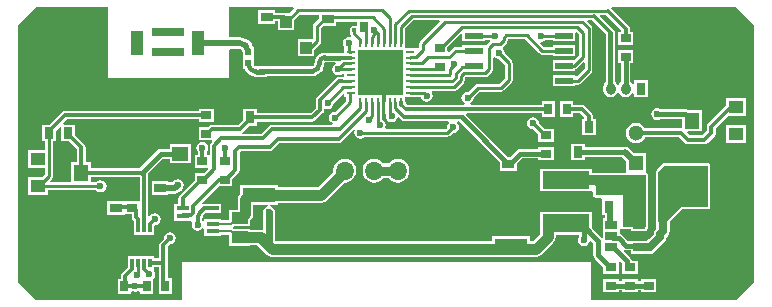
<source format=gbr>
%TF.GenerationSoftware,Altium Limited,Altium Designer,19.0.11 (319)*%
G04 Layer_Physical_Order=1*
G04 Layer_Color=255*
%FSLAX26Y26*%
%MOIN*%
%TF.FileFunction,Copper,L1,Top,Signal*%
%TF.Part,Single*%
G01*
G75*
%TA.AperFunction,Conductor*%
%ADD10C,0.015748*%
%ADD11C,0.021654*%
%TA.AperFunction,SMDPad,CuDef*%
%ADD12R,0.055118X0.047244*%
%ADD13R,0.055118X0.078740*%
%ADD14R,0.068898X0.057087*%
%ADD15R,0.011811X0.029528*%
%ADD16R,0.027559X0.035433*%
%ADD17R,0.031496X0.011205*%
%ADD18R,0.011205X0.031496*%
%ADD19R,0.124016X0.124016*%
%TA.AperFunction,ConnectorPad*%
%ADD20R,0.039370X0.078740*%
%ADD21R,0.110236X0.027559*%
%TA.AperFunction,SMDPad,CuDef*%
%ADD22R,0.060000X0.021000*%
%ADD23R,0.031496X0.039370*%
%ADD24R,0.039370X0.027559*%
%ADD25R,0.042000X0.016535*%
%ADD26R,0.110630X0.048819*%
%ADD27R,0.048819X0.110630*%
%ADD28R,0.157480X0.059055*%
%ADD29R,0.055118X0.039370*%
%ADD30R,0.051181X0.043307*%
%ADD31R,0.051181X0.055118*%
%ADD32R,0.035433X0.027559*%
%ADD33R,0.021654X0.021654*%
%ADD34R,0.038433X0.030000*%
%ADD35R,0.030000X0.038433*%
%ADD36R,0.038583X0.043307*%
%TA.AperFunction,Conductor*%
%ADD37C,0.011811*%
%ADD38C,0.009842*%
%ADD39C,0.011220*%
%ADD40C,0.035433*%
%ADD41C,0.019685*%
%ADD42C,0.023622*%
%ADD43C,0.031496*%
%ADD44C,0.015000*%
%ADD45C,0.013780*%
%ADD46C,0.027559*%
%ADD47C,0.007874*%
%TA.AperFunction,ComponentPad*%
%ADD48R,0.040000X0.031496*%
%ADD49O,0.040000X0.031496*%
%ADD50O,0.059055X0.062992*%
%ADD51R,0.051181X0.068898*%
%ADD52O,0.031496X0.040000*%
%ADD53R,0.031496X0.040000*%
%ADD54C,0.059055*%
%ADD55R,0.059055X0.059055*%
%ADD56C,0.051181*%
%ADD57R,0.051181X0.051181*%
%TA.AperFunction,ViaPad*%
%ADD58C,0.275591*%
%ADD59C,0.023622*%
%ADD60C,0.015748*%
G36*
X923934Y977284D02*
X909249Y962598D01*
X868652D01*
Y962097D01*
X859374D01*
Y970921D01*
X805193D01*
Y925173D01*
X859374D01*
Y933998D01*
X868652D01*
Y903543D01*
X922982D01*
Y937445D01*
X941868Y956330D01*
X1008343D01*
Y945578D01*
X990278Y927514D01*
X987298Y923054D01*
X986252Y917793D01*
Y875984D01*
X935581D01*
Y816929D01*
X989911D01*
Y837949D01*
X1009722Y857759D01*
X1012702Y862219D01*
X1013748Y867481D01*
Y912098D01*
X1020131Y918480D01*
X1062524D01*
Y932807D01*
X1135236D01*
Y921676D01*
X1130236Y919511D01*
X1124842Y920584D01*
X1118697Y919362D01*
X1113488Y915881D01*
X1110008Y910672D01*
X1108786Y904528D01*
X1110008Y898383D01*
X1111796Y895707D01*
Y892711D01*
X1112789Y887718D01*
X1114050Y885832D01*
X1111043Y881332D01*
X1106299Y882275D01*
X1098619Y880748D01*
X1092107Y876397D01*
X1087756Y869885D01*
X1086228Y862205D01*
X1087756Y854524D01*
X1090126Y850977D01*
X1090551Y846153D01*
X1090551Y846153D01*
Y827042D01*
X1082122D01*
X1080948Y827826D01*
X1074803Y829049D01*
X1025591D01*
X1025298Y828990D01*
X1016855Y827879D01*
X1008714Y824507D01*
X1001723Y819143D01*
X996359Y812152D01*
X992987Y804012D01*
X991941Y796063D01*
X991837Y795276D01*
X991817D01*
X991753Y791141D01*
X990164Y786799D01*
X989614Y785975D01*
X987244Y784392D01*
X984449Y783836D01*
Y783773D01*
X913386D01*
X912365Y783570D01*
X834646D01*
Y784664D01*
X814544D01*
X812992Y784973D01*
X811440Y784664D01*
X797244D01*
Y784664D01*
X793364Y783649D01*
X789370Y786974D01*
Y812136D01*
X789370D01*
Y812168D01*
X789370D01*
Y831824D01*
X789540Y832677D01*
X789589D01*
X789370Y834344D01*
Y849570D01*
X786150D01*
X783072Y856999D01*
X775342Y867074D01*
X765267Y874804D01*
X753535Y879664D01*
X740945Y881322D01*
Y881280D01*
X707598D01*
Y982284D01*
X921863D01*
X923934Y977284D01*
D02*
G37*
G36*
X2456693Y921260D02*
X2456692Y63976D01*
X2398622Y5906D01*
X1913386Y5906D01*
X1913386Y129921D01*
X549213Y129921D01*
X549212Y5906D01*
X63976D01*
X4921Y64961D01*
X4921Y922244D01*
X62992Y980315D01*
X303783Y980315D01*
X304173Y745078D01*
X707598Y745079D01*
Y837951D01*
X712598Y842512D01*
X744375D01*
X744970Y842394D01*
X748382Y840114D01*
X750312Y837224D01*
X751405Y832677D01*
X751405Y832677D01*
X751968Y829846D01*
Y812168D01*
X751968D01*
Y812136D01*
X751968D01*
Y774735D01*
X759024D01*
X760515Y771135D01*
X767603Y761897D01*
X776841Y754809D01*
X787598Y750353D01*
X797244Y749083D01*
Y747263D01*
X834646D01*
Y751457D01*
X913182D01*
X913183Y751457D01*
X914204Y751660D01*
X984449D01*
Y751630D01*
X994675Y752977D01*
X1004204Y756924D01*
X1012387Y763203D01*
X1018666Y771386D01*
X1022613Y780915D01*
X1023959Y791141D01*
X1023959Y791141D01*
X1024130Y793490D01*
X1026582Y796936D01*
X1060841D01*
X1063852Y792299D01*
X1063807Y791936D01*
X1057651Y787822D01*
X1053300Y781311D01*
X1051772Y773630D01*
X1053300Y765949D01*
X1057651Y759438D01*
X1064162Y755087D01*
X1071843Y753559D01*
X1079523Y755087D01*
X1085551Y759115D01*
X1088239Y758452D01*
X1090551Y757418D01*
Y749551D01*
X1085551Y748112D01*
X1084638Y748293D01*
X1072069D01*
X1066693Y747224D01*
X1062135Y744178D01*
X999908Y681952D01*
X996863Y677394D01*
X995793Y672017D01*
Y643989D01*
X979043Y627239D01*
X800055D01*
Y640279D01*
X754307D01*
Y605967D01*
X737192Y588853D01*
X650591D01*
X645214Y587783D01*
X640656Y584738D01*
X636627Y580709D01*
X605315D01*
Y537402D01*
X648795D01*
X650708Y532782D01*
X647546Y529620D01*
X644500Y525062D01*
X643431Y519685D01*
Y488976D01*
X632160D01*
Y497524D01*
X632302Y497619D01*
X636653Y504130D01*
X638181Y511811D01*
X636653Y519492D01*
X632302Y526003D01*
X625791Y530354D01*
X618110Y531882D01*
X610429Y530354D01*
X603918Y526003D01*
X599567Y519492D01*
X598039Y511811D01*
X599567Y504130D01*
X603918Y497619D01*
X604061Y497524D01*
Y488976D01*
X592520D01*
Y445669D01*
X635803D01*
X637716Y441050D01*
X623832Y427165D01*
X592520D01*
Y403727D01*
X542428Y353635D01*
X539382Y349077D01*
X538313Y343701D01*
Y326181D01*
X523488D01*
Y293898D01*
Y268307D01*
X580960D01*
X584550Y264680D01*
X583819Y263586D01*
X582292Y255905D01*
X583819Y248225D01*
X588170Y241713D01*
X594682Y237363D01*
X602362Y235835D01*
X610043Y237363D01*
X616554Y241713D01*
X618488Y244608D01*
X623488Y243091D01*
Y217126D01*
X681236D01*
Y221225D01*
X706693D01*
Y185827D01*
X777559D01*
Y187294D01*
X801397D01*
X832731Y155960D01*
X841196Y150304D01*
X851181Y148317D01*
X1729527D01*
X1739512Y150304D01*
X1747977Y155960D01*
X1786166Y194149D01*
X1786166Y194149D01*
X1788135Y196117D01*
X1793791Y204582D01*
X1795777Y214567D01*
Y222441D01*
X1873707D01*
Y216126D01*
X1871221Y212405D01*
X1869693Y204724D01*
X1871221Y197044D01*
X1875572Y190532D01*
X1882083Y186181D01*
X1889764Y184654D01*
X1897445Y186181D01*
X1903956Y190532D01*
X1908307Y197044D01*
X1909165Y201359D01*
X1914591Y203005D01*
X1921333Y196263D01*
Y153543D01*
X1922526Y147544D01*
X1925924Y142459D01*
X1954724Y113659D01*
Y92520D01*
X2005905D01*
Y132785D01*
X2010905Y134856D01*
X2017415Y128346D01*
Y119862D01*
X2017717Y118347D01*
Y91929D01*
X2068898D01*
Y135236D01*
X2048687D01*
X2047572Y140837D01*
X2044175Y145923D01*
X2023003Y167094D01*
X2024998Y171644D01*
X2025308Y171860D01*
X2031027Y170722D01*
X2045654D01*
Y158465D01*
X2072080D01*
X2074213Y158040D01*
X2109252D01*
X2117701Y159721D01*
X2124863Y164507D01*
X2159312Y198956D01*
X2164098Y206118D01*
X2165732Y214335D01*
X2169155Y217757D01*
X2173940Y224920D01*
X2175621Y233369D01*
Y264661D01*
X2217892Y306932D01*
X2299614Y306932D01*
X2299615Y306932D01*
X2302687Y307543D01*
X2305291Y309284D01*
X2308827Y312819D01*
X2310567Y315424D01*
X2311178Y318496D01*
X2311177Y452756D01*
X2310566Y455828D01*
X2308826Y458433D01*
X2306221Y460173D01*
X2303149Y460784D01*
X2157481D01*
X2157480Y460784D01*
X2154408Y460173D01*
X2151803Y458433D01*
X2132119Y438748D01*
X2130378Y436143D01*
X2129767Y433071D01*
X2129767Y265748D01*
X2130378Y262676D01*
X2131466Y261048D01*
Y242514D01*
X2128089Y239137D01*
X2123304Y231975D01*
X2121669Y223758D01*
X2100107Y202196D01*
X2074213D01*
X2072080Y201772D01*
X2069448D01*
X2067933Y202073D01*
X2037520D01*
X2017269Y222324D01*
X2012184Y225722D01*
X2009465Y226263D01*
Y242218D01*
X2014465Y243735D01*
X2014992Y242945D01*
X2017597Y241205D01*
X2020669Y240594D01*
X2045654D01*
Y233268D01*
X2100772D01*
Y243095D01*
X2102134Y244005D01*
X2103874Y246610D01*
X2104485Y249682D01*
Y420276D01*
X2103874Y423348D01*
X2102134Y425952D01*
X2099529Y427693D01*
X2097441Y431853D01*
Y495276D01*
X2056058D01*
X2040529Y510804D01*
X2034669Y514720D01*
X2027756Y516095D01*
X2020843Y514720D01*
X2019897Y514088D01*
X1893701D01*
Y525590D01*
X1846457D01*
Y470472D01*
X1893701D01*
Y481975D01*
X2018267D01*
X2030512Y469730D01*
X2030512Y428347D01*
X2025530Y428304D01*
X1917323D01*
Y442913D01*
X1744095D01*
Y368110D01*
X1917323D01*
X1921106Y365172D01*
Y354331D01*
X1921717Y351258D01*
X1923457Y348654D01*
X1926062Y346913D01*
X1929134Y346302D01*
X1947940D01*
X1949748Y342051D01*
X1949748Y341302D01*
Y287870D01*
X1959200D01*
Y276575D01*
X1954347D01*
Y233268D01*
Y213479D01*
X1949347Y211962D01*
X1948092Y213840D01*
X1917323Y244609D01*
Y297244D01*
X1744095D01*
Y250552D01*
X1743593Y248031D01*
Y225375D01*
X1718720Y200501D01*
X1709842D01*
Y218681D01*
X1583465D01*
Y200501D01*
X861989D01*
X860530Y201960D01*
Y298228D01*
X859002Y305909D01*
X854651Y312420D01*
X848140Y316771D01*
X843783Y317638D01*
X844276Y322638D01*
X870275D01*
Y328829D01*
X1013583D01*
X1023567Y330815D01*
X1032032Y336471D01*
X1091791Y396230D01*
X1092520Y396134D01*
X1102283Y397420D01*
X1111382Y401188D01*
X1119195Y407183D01*
X1125190Y414996D01*
X1128958Y424095D01*
X1130244Y433858D01*
Y437795D01*
X1128958Y447559D01*
X1125190Y456657D01*
X1119195Y464470D01*
X1111382Y470465D01*
X1102283Y474234D01*
X1092520Y475519D01*
X1082756Y474234D01*
X1073658Y470465D01*
X1065845Y464470D01*
X1059850Y456657D01*
X1056081Y447559D01*
X1054795Y437795D01*
Y433858D01*
X1054891Y433130D01*
X1002775Y381013D01*
X870275D01*
Y387205D01*
X743898D01*
Y359294D01*
X743164Y358804D01*
X737508Y350339D01*
X735522Y340354D01*
Y306299D01*
X706693D01*
Y270901D01*
X698819D01*
X698818Y270901D01*
X681433D01*
Y275000D01*
X623685D01*
Y271014D01*
X618685Y268864D01*
X616412Y271019D01*
Y277626D01*
X616761Y277976D01*
X619807Y282534D01*
X620658Y286812D01*
X627743Y293898D01*
X681236D01*
Y326181D01*
X623488D01*
Y326181D01*
X620286Y326383D01*
X618471Y327622D01*
X618268Y329215D01*
X672911Y383858D01*
X718504D01*
Y407296D01*
X738281Y427073D01*
X741327Y431631D01*
X742396Y437008D01*
Y496818D01*
X747276Y501699D01*
X842520D01*
X847896Y502768D01*
X852454Y505813D01*
X875209Y528569D01*
X1071691D01*
X1077068Y529638D01*
X1081626Y532684D01*
X1082483Y533967D01*
X1122020Y573504D01*
X1126142Y570673D01*
X1124614Y562992D01*
X1126142Y555311D01*
X1130493Y548800D01*
X1137004Y544449D01*
X1144685Y542921D01*
X1152366Y544449D01*
X1158877Y548800D01*
X1159005Y548991D01*
X1435068D01*
X1440061Y549984D01*
X1444293Y552812D01*
X1452388Y560907D01*
X1453740Y560638D01*
X1461421Y562166D01*
X1467932Y566517D01*
X1472283Y573028D01*
X1473811Y580709D01*
X1472283Y588389D01*
X1467932Y594901D01*
X1467599Y595124D01*
X1469116Y600124D01*
X1474098D01*
X1609921Y464301D01*
Y434449D01*
X1665669D01*
Y458986D01*
X1683344Y476660D01*
X1738189D01*
Y471063D01*
X1789370D01*
Y514370D01*
X1738189D01*
Y508773D01*
X1676693D01*
X1676693Y508773D01*
X1670548Y507551D01*
X1665339Y504070D01*
X1665339Y504070D01*
X1642962Y481693D01*
X1637944D01*
X1496954Y622683D01*
X1499025Y627683D01*
X1749213D01*
Y616142D01*
X1792520D01*
Y667323D01*
X1749213D01*
Y655782D01*
X1512925D01*
X1511408Y660782D01*
X1516161Y663957D01*
X1520511Y670469D01*
X1522039Y678150D01*
X1521770Y679502D01*
X1541951Y699682D01*
X1613319D01*
X1618311Y700676D01*
X1622544Y703504D01*
X1648989Y729948D01*
X1651817Y734181D01*
X1652810Y739173D01*
Y794291D01*
X1651817Y799284D01*
X1648989Y803516D01*
X1625117Y827388D01*
X1625386Y828740D01*
X1623858Y836421D01*
X1619507Y842932D01*
X1619572Y848903D01*
X1619782Y849043D01*
X1632256Y861517D01*
X1635084Y865750D01*
X1636077Y870742D01*
Y873533D01*
X1637293Y874749D01*
X1693415D01*
X1741366Y826799D01*
X1745598Y823971D01*
X1750591Y822978D01*
X1786087D01*
Y817650D01*
X1861835D01*
Y854398D01*
X1786087D01*
Y849069D01*
X1755994D01*
X1743260Y861804D01*
X1745723Y866412D01*
X1748032Y865953D01*
X1755712Y867481D01*
X1762224Y871832D01*
X1762520Y872275D01*
X1786087D01*
Y867650D01*
X1861835D01*
Y894679D01*
X1866454Y896592D01*
X1872584Y890462D01*
Y819077D01*
X1857905Y804398D01*
X1786087D01*
Y767650D01*
X1861835D01*
Y773975D01*
X1863260Y774258D01*
X1867493Y777086D01*
X1887847Y797440D01*
X1892466Y795527D01*
Y776443D01*
X1866835Y750812D01*
X1861835Y752883D01*
Y754398D01*
X1786087D01*
Y717650D01*
X1861835D01*
Y722978D01*
X1870496D01*
X1875489Y723971D01*
X1879721Y726799D01*
X1914737Y761814D01*
X1917565Y766047D01*
X1918558Y771039D01*
Y911024D01*
X1917565Y916016D01*
X1914737Y920248D01*
X1901863Y933122D01*
X1903776Y937741D01*
X1916405D01*
X1962215Y891932D01*
Y730150D01*
X1961907Y729944D01*
X1956686Y722130D01*
X1954852Y712913D01*
Y704409D01*
X1956686Y695192D01*
X1961907Y687379D01*
X1969720Y682158D01*
X1978937Y680325D01*
X1988154Y682158D01*
X1995967Y687379D01*
X2001188Y695192D01*
X2001388Y696196D01*
X2006486D01*
X2006686Y695192D01*
X2011907Y687379D01*
X2019720Y682158D01*
X2028937Y680325D01*
X2038154Y682158D01*
X2045967Y687379D01*
X2050315Y693885D01*
X2055315Y692368D01*
Y680787D01*
X2102559D01*
Y736535D01*
X2055315D01*
Y724954D01*
X2050315Y723438D01*
X2045967Y729944D01*
X2045210Y730450D01*
Y793898D01*
X2054744D01*
Y837205D01*
X2003563D01*
Y793898D01*
X2013097D01*
Y730739D01*
X2011907Y729944D01*
X2006686Y722130D01*
X2006486Y721127D01*
X2001388D01*
X2001188Y722130D01*
X1995967Y729944D01*
X1994328Y731039D01*
Y894722D01*
X1993106Y900867D01*
X1989625Y906076D01*
X1984416Y909557D01*
X1984306Y909579D01*
X1942062Y951823D01*
X1943975Y956442D01*
X1961467D01*
X2013894Y904016D01*
X2012182Y899016D01*
X2003563D01*
Y855709D01*
X2054744D01*
Y899016D01*
X2043203D01*
Y908625D01*
X2042133Y914001D01*
X2039088Y918559D01*
X1980364Y977284D01*
X1982435Y982284D01*
X2395669D01*
X2456693Y921260D01*
D02*
G37*
G36*
X1410154Y933122D02*
X1345106Y868074D01*
X1342278Y863841D01*
X1341285Y858849D01*
Y844436D01*
X1339646Y843211D01*
X1334646Y845718D01*
Y846153D01*
X1294972D01*
Y885827D01*
X1294542D01*
Y909951D01*
X1322333Y937741D01*
X1408241D01*
X1410154Y933122D01*
D02*
G37*
G36*
X1484622Y890151D02*
Y867650D01*
X1560370D01*
Y872879D01*
X1576406D01*
X1577848Y868127D01*
X1577457Y867568D01*
X1577344Y867492D01*
X1565291Y855440D01*
X1565073Y855114D01*
X1560370Y854398D01*
X1560370Y854398D01*
X1484622D01*
Y849069D01*
X1463362D01*
X1458370Y848076D01*
X1454137Y845248D01*
X1440039Y831150D01*
X1435039Y833221D01*
Y847101D01*
X1480003Y892065D01*
X1484622Y890151D01*
D02*
G37*
G36*
X1597634Y810197D02*
X1605315Y808669D01*
X1606667Y808938D01*
X1626718Y788888D01*
Y744577D01*
X1607915Y725774D01*
X1536547D01*
X1531555Y724781D01*
X1527322Y721953D01*
X1503321Y697951D01*
X1501968Y698220D01*
X1494288Y696692D01*
X1487776Y692342D01*
X1483426Y685830D01*
X1481898Y678150D01*
X1483426Y670469D01*
X1487776Y663957D01*
X1492529Y660782D01*
X1491012Y655782D01*
X1300972D01*
X1295545Y661208D01*
Y665354D01*
X1294972Y668236D01*
Y681406D01*
X1309656D01*
X1311024Y681134D01*
X1346848D01*
X1347599Y677359D01*
X1351950Y670847D01*
X1358461Y666496D01*
X1366142Y664969D01*
X1373822Y666496D01*
X1380334Y670847D01*
X1384685Y677359D01*
X1386212Y685039D01*
X1384685Y692720D01*
X1382145Y696521D01*
X1384818Y701521D01*
X1456594D01*
X1461587Y702514D01*
X1465819Y705342D01*
X1488926Y728448D01*
X1491754Y732681D01*
X1492747Y737673D01*
Y746420D01*
X1494590Y748263D01*
X1560522D01*
X1565514Y749256D01*
X1569747Y752085D01*
X1583741Y766079D01*
X1586569Y770311D01*
X1587562Y775303D01*
Y811563D01*
X1592562Y813587D01*
X1597634Y810197D01*
D02*
G37*
G36*
X1090551Y690559D02*
Y681406D01*
X1098175D01*
Y668920D01*
X1061391Y632137D01*
X1060039Y632406D01*
X1052359Y630878D01*
X1045847Y626527D01*
X1041496Y620016D01*
X1039969Y612335D01*
X1041496Y604654D01*
X1045847Y598143D01*
X1052359Y593792D01*
X1051562Y588853D01*
X850394D01*
X845017Y587783D01*
X840459Y584738D01*
X813078Y557357D01*
X750018D01*
X749488Y558809D01*
X749187Y562357D01*
X752946Y564869D01*
X774176Y586098D01*
X800055D01*
Y599139D01*
X984862D01*
X990239Y600209D01*
X994797Y603255D01*
X1019777Y628235D01*
X1022823Y632793D01*
X1023892Y638169D01*
Y639898D01*
X1028892Y642648D01*
X1035433Y641347D01*
X1043114Y642874D01*
X1049625Y647225D01*
X1053976Y653737D01*
X1055504Y661417D01*
X1055400Y661941D01*
X1085932Y692473D01*
X1090551Y690559D01*
D02*
G37*
G36*
X1287402Y799516D02*
Y760146D01*
Y720776D01*
Y688976D01*
X1228650D01*
Y666722D01*
X1228378Y665354D01*
Y628759D01*
X1229424Y623497D01*
X1229876Y622821D01*
X1228945Y618140D01*
X1230473Y610460D01*
X1234824Y603948D01*
X1241335Y599597D01*
X1249016Y598070D01*
X1256696Y599597D01*
X1263208Y603948D01*
X1267559Y610460D01*
X1267943Y612391D01*
X1272727Y613842D01*
X1281048Y605522D01*
X1281905Y604239D01*
X1286463Y601193D01*
X1291840Y600124D01*
X1438365D01*
X1439882Y595124D01*
X1439548Y594901D01*
X1435197Y588389D01*
X1433669Y580709D01*
X1433938Y579357D01*
X1429664Y575082D01*
X1230227D01*
X1227486Y580082D01*
X1228791Y586643D01*
X1227263Y594323D01*
X1222912Y600835D01*
X1217103Y604717D01*
Y664756D01*
X1216232Y669132D01*
Y688976D01*
X1137795D01*
Y720776D01*
Y760146D01*
Y799516D01*
Y838583D01*
X1287402D01*
Y799516D01*
D02*
G37*
G36*
X2303150Y318496D02*
X2299615Y314960D01*
X2214567Y314961D01*
X2165354Y265748D01*
X2137795D01*
X2137795Y433071D01*
X2157480Y452756D01*
X2303149D01*
X2303150Y318496D01*
D02*
G37*
G36*
X2096457Y249682D02*
X2093898Y248622D01*
X2020669D01*
Y354921D01*
X2020079Y354331D01*
X1929134D01*
Y383858D01*
X1923228Y389764D01*
X1886838D01*
X1883337Y393333D01*
X1883858Y420276D01*
X2096457D01*
Y249682D01*
D02*
G37*
G36*
X837135Y317638D02*
X832779Y316771D01*
X826267Y312420D01*
X821916Y305909D01*
X820389Y298228D01*
Y241791D01*
X816523Y238619D01*
X812205Y239478D01*
X777559D01*
Y240945D01*
X723723D01*
X722885Y241783D01*
X721307Y242838D01*
X721017Y247920D01*
X724503Y251181D01*
X777559D01*
Y270231D01*
X780064Y271905D01*
X785720Y280370D01*
X787706Y290354D01*
Y322638D01*
X836643D01*
X837135Y317638D01*
D02*
G37*
%LPC*%
G36*
X656496Y642520D02*
X605315D01*
Y634916D01*
X161319D01*
X155942Y633846D01*
X151384Y630801D01*
X109485Y588902D01*
X83606D01*
Y534721D01*
X94224D01*
Y503937D01*
X35433D01*
Y444882D01*
X94224D01*
Y424691D01*
X82919Y413386D01*
X35433D01*
Y354331D01*
X102362D01*
Y370110D01*
X264055D01*
X264351Y369666D01*
X270863Y365315D01*
X278543Y363788D01*
X286224Y365315D01*
X292735Y369666D01*
X297086Y376178D01*
X298614Y383858D01*
X297086Y391539D01*
X292735Y398050D01*
X286224Y402401D01*
X278543Y403929D01*
X270863Y402401D01*
X264351Y398050D01*
X264055Y397607D01*
X248031D01*
Y415084D01*
X408390D01*
X409179Y414558D01*
Y334252D01*
X360703D01*
X359252Y334252D01*
Y334252D01*
X355812Y333986D01*
Y333986D01*
X301632D01*
Y288238D01*
X355813D01*
Y288238D01*
X359252Y290945D01*
X382604D01*
Y281102D01*
X383673Y275726D01*
X386719Y271168D01*
X389494Y268393D01*
Y243616D01*
X389764Y242258D01*
Y220978D01*
X456693D01*
Y242258D01*
X456963Y243616D01*
Y249052D01*
X458661Y253551D01*
X466342Y255079D01*
X472853Y259430D01*
X477204Y265941D01*
X478732Y273622D01*
X477204Y281303D01*
X472853Y287814D01*
X466342Y292165D01*
X458661Y293693D01*
X450981Y292165D01*
X444469Y287814D01*
X442278Y284534D01*
X437278Y286051D01*
Y421615D01*
X436219Y426936D01*
X485353Y476070D01*
X508858D01*
Y460630D01*
X579724D01*
Y523622D01*
X508858D01*
Y508183D01*
X478702D01*
X478702Y508183D01*
X472557Y506960D01*
X467348Y503480D01*
X467348Y503479D01*
X407052Y443183D01*
X248031D01*
Y464567D01*
X228616D01*
Y513319D01*
X227547Y518695D01*
X224501Y523253D01*
X193165Y554590D01*
Y588902D01*
X155756D01*
X153843Y593521D01*
X167138Y606817D01*
X605315D01*
Y599213D01*
X656496D01*
Y642520D01*
D02*
G37*
G36*
X2429134Y677165D02*
X2362205D01*
Y651209D01*
X2304317Y593321D01*
X2301053Y588438D01*
X2299908Y582677D01*
Y569227D01*
X2285104Y554423D01*
X2242456D01*
X2234569Y562310D01*
X2236482Y566929D01*
X2283465D01*
Y637795D01*
X2236559D01*
X2233507Y639834D01*
X2227362Y641057D01*
X2227362Y641057D01*
X2145260D01*
X2141539Y643543D01*
X2133858Y645071D01*
X2126178Y643543D01*
X2119666Y639192D01*
X2115315Y632681D01*
X2113788Y625000D01*
X2115315Y617319D01*
X2119666Y610808D01*
X2126178Y606457D01*
X2133858Y604929D01*
X2141539Y606457D01*
X2145260Y608943D01*
X2216535D01*
Y579126D01*
X2213779Y576864D01*
X2093963D01*
X2093208Y578688D01*
X2087844Y585678D01*
X2080853Y591042D01*
X2072712Y594414D01*
X2063976Y595564D01*
X2055240Y594414D01*
X2047100Y591042D01*
X2040109Y585678D01*
X2034745Y578688D01*
X2031373Y570547D01*
X2030223Y561811D01*
X2031373Y553075D01*
X2034745Y544934D01*
X2040109Y537944D01*
X2047100Y532580D01*
X2055240Y529208D01*
X2063976Y528058D01*
X2072712Y529208D01*
X2080853Y532580D01*
X2087844Y537944D01*
X2093208Y544934D01*
X2093963Y546758D01*
X2207544D01*
X2225576Y528726D01*
X2230460Y525463D01*
X2236220Y524317D01*
X2291339D01*
X2297099Y525463D01*
X2301983Y528726D01*
X2325605Y552348D01*
X2328868Y557232D01*
X2330014Y562992D01*
Y576442D01*
X2371682Y618110D01*
X2429134D01*
Y677165D01*
D02*
G37*
G36*
X1854331Y667323D02*
X1811024D01*
Y616142D01*
X1854331D01*
Y627683D01*
X1877448D01*
X1891462Y613669D01*
Y608268D01*
X1883858D01*
Y553150D01*
X1931102D01*
Y608268D01*
X1919561D01*
Y619488D01*
X1918492Y624865D01*
X1915446Y629423D01*
X1893202Y651667D01*
X1888644Y654712D01*
X1883268Y655782D01*
X1854331D01*
Y667323D01*
D02*
G37*
G36*
X1720472Y614559D02*
X1712792Y613031D01*
X1706280Y608680D01*
X1701929Y602169D01*
X1700402Y594488D01*
X1701929Y586808D01*
X1706280Y580296D01*
X1712792Y575945D01*
X1719987Y574514D01*
X1738189Y556312D01*
Y532874D01*
X1789370D01*
Y576181D01*
X1758058D01*
X1740412Y593827D01*
X1740543Y594488D01*
X1739015Y602169D01*
X1734665Y608680D01*
X1728153Y613031D01*
X1720472Y614559D01*
D02*
G37*
G36*
X2429134Y586614D02*
X2362205D01*
Y527559D01*
X2429134D01*
Y586614D01*
D02*
G37*
G36*
X1269685Y475519D02*
X1259921Y474234D01*
X1250823Y470465D01*
X1243010Y464470D01*
X1239512Y459912D01*
X1221118D01*
X1217620Y464470D01*
X1209807Y470465D01*
X1200709Y474234D01*
X1190945Y475519D01*
X1181181Y474234D01*
X1172083Y470465D01*
X1164270Y464470D01*
X1158275Y456657D01*
X1154506Y447559D01*
X1153221Y437795D01*
Y433858D01*
X1154506Y424095D01*
X1158275Y414996D01*
X1164270Y407183D01*
X1172083Y401188D01*
X1181181Y397420D01*
X1190945Y396134D01*
X1200709Y397420D01*
X1209807Y401188D01*
X1217620Y407183D01*
X1221118Y411742D01*
X1239512D01*
X1243010Y407183D01*
X1250823Y401188D01*
X1259921Y397420D01*
X1269685Y396134D01*
X1279449Y397420D01*
X1288547Y401188D01*
X1296360Y407183D01*
X1302355Y414996D01*
X1306124Y424095D01*
X1307409Y433858D01*
Y437795D01*
X1306124Y447559D01*
X1302355Y456657D01*
X1296360Y464470D01*
X1288547Y470465D01*
X1279449Y474234D01*
X1269685Y475519D01*
D02*
G37*
G36*
X535433Y406882D02*
X527752Y405354D01*
X521241Y401003D01*
X518518Y396927D01*
X504453D01*
Y401734D01*
X450272D01*
Y355986D01*
X504453D01*
Y358793D01*
X526482D01*
X533779Y360244D01*
X539965Y364378D01*
X545348Y369761D01*
X549625Y372619D01*
X553976Y379130D01*
X555504Y386811D01*
X553976Y394492D01*
X549625Y401003D01*
X543114Y405354D01*
X535433Y406882D01*
D02*
G37*
G36*
X509842Y229955D02*
X502162Y228427D01*
X495650Y224077D01*
X491300Y217565D01*
X489772Y209885D01*
X489805Y209716D01*
X478621Y198532D01*
X475576Y193974D01*
X474506Y188598D01*
Y143492D01*
X456693D01*
Y152080D01*
X370079D01*
Y130800D01*
X369809Y129443D01*
Y113860D01*
X349526Y93578D01*
X346481Y89020D01*
X345411Y83644D01*
Y75787D01*
X336024D01*
Y24606D01*
X379331D01*
Y32343D01*
X384331Y35015D01*
X387004Y33229D01*
X394685Y31701D01*
X402366Y33229D01*
X406024Y35673D01*
X411024Y33000D01*
Y25591D01*
X454331D01*
Y75350D01*
X455840Y76359D01*
X460191Y82871D01*
X461719Y90551D01*
X460191Y98232D01*
X457563Y102165D01*
X456693Y106805D01*
X456693Y106805D01*
X456693Y106805D01*
Y115393D01*
X474506D01*
Y76772D01*
X472835D01*
Y25591D01*
X516142D01*
Y76772D01*
X502605D01*
Y182778D01*
X509674Y189847D01*
X509842Y189814D01*
X517523Y191342D01*
X524035Y195692D01*
X528385Y202204D01*
X529913Y209885D01*
X528385Y217565D01*
X524035Y224077D01*
X517523Y228427D01*
X509842Y229955D01*
D02*
G37*
G36*
X2131890Y74016D02*
X2080709D01*
Y68037D01*
X2068898D01*
Y73425D01*
X2017717D01*
Y68037D01*
X2005905D01*
Y74016D01*
X1954724D01*
Y30709D01*
X2005905D01*
Y36687D01*
X2017717D01*
Y30118D01*
X2068898D01*
Y36687D01*
X2080709D01*
Y30709D01*
X2131890D01*
Y74016D01*
D02*
G37*
%LPD*%
G36*
X147417Y580563D02*
Y534721D01*
X173296D01*
X200517Y507499D01*
Y464567D01*
X181102D01*
Y397607D01*
X112559D01*
X110646Y402226D01*
X117694Y409275D01*
X120674Y413735D01*
X121721Y418996D01*
Y534721D01*
X129354D01*
Y569033D01*
X142798Y582476D01*
X147417Y580563D01*
D02*
G37*
D10*
X770669Y793436D02*
G03*
X799142Y764963I28473J0D01*
G01*
X1025591Y812992D02*
G03*
X1007874Y795276I0J-17716D01*
G01*
X984449Y767716D02*
G03*
X1007873Y791141I0J23424D01*
G01*
X415710Y429134D02*
X478702Y492126D01*
X544291D01*
X1482756Y614173D02*
X1638327Y458602D01*
X1637795Y458071D02*
X1642047D01*
X1978272Y712598D02*
Y894722D01*
X2029153Y709571D02*
Y815551D01*
X2133858Y625000D02*
X2227362D01*
X2230315Y622047D01*
X2232283D01*
X2250000Y604331D01*
Y602362D02*
Y604331D01*
X770669Y793436D02*
Y794436D01*
X815945Y767513D02*
X913183D01*
X799142Y764963D02*
X815945D01*
X812992Y768916D02*
X815945Y765963D01*
Y764963D02*
Y765963D01*
X1889764Y204724D02*
Y238189D01*
X1864173Y263779D02*
X1889764Y238189D01*
X1830709Y263779D02*
X1864173D01*
X1025591Y812992D02*
X1074803D01*
X913386Y767716D02*
X984449D01*
X913183Y767513D02*
X913386Y767716D01*
X1642047Y458071D02*
X1676693Y492716D01*
X1870079Y498031D02*
X2027756D01*
X1676693Y492716D02*
X1763780D01*
D11*
X770472Y832677D02*
G03*
X740945Y862205I-29527J0D01*
G01*
X526482Y377860D02*
X535433Y386811D01*
X477362Y377860D02*
X526482D01*
X727360Y862213D02*
X740945D01*
X607858D02*
X727360D01*
D12*
X544291Y492126D02*
D03*
D13*
X304134D02*
D03*
D14*
X413386Y186529D02*
D03*
D15*
X383858Y129443D02*
D03*
X403543D02*
D03*
X423228D02*
D03*
X442913D02*
D03*
X383858Y243616D02*
D03*
X403543D02*
D03*
X423228D02*
D03*
X442913D02*
D03*
D16*
X494488Y51181D02*
D03*
X432677D02*
D03*
X295866Y50197D02*
D03*
X357677D02*
D03*
X1095079Y915354D02*
D03*
X1156890D02*
D03*
X1770866Y641732D02*
D03*
X1832677D02*
D03*
D17*
X1114173Y832677D02*
D03*
Y812992D02*
D03*
Y793307D02*
D03*
Y773622D02*
D03*
Y753937D02*
D03*
Y734252D02*
D03*
Y714567D02*
D03*
Y694882D02*
D03*
X1311024D02*
D03*
Y714567D02*
D03*
Y734252D02*
D03*
Y753937D02*
D03*
Y773622D02*
D03*
Y793307D02*
D03*
Y812992D02*
D03*
Y832677D02*
D03*
D18*
X1143701Y665354D02*
D03*
X1163386D02*
D03*
X1183071D02*
D03*
X1202756D02*
D03*
X1222441D02*
D03*
X1242126D02*
D03*
X1261811D02*
D03*
X1281496D02*
D03*
Y862205D02*
D03*
X1261811D02*
D03*
X1242126D02*
D03*
X1222441D02*
D03*
X1202756D02*
D03*
X1183071D02*
D03*
X1163386D02*
D03*
X1143701D02*
D03*
D19*
X1212598Y763779D02*
D03*
D20*
X604342Y862213D02*
D03*
X399618D02*
D03*
D21*
X501980Y897646D02*
D03*
X502964Y830716D02*
D03*
D22*
X1522496Y886024D02*
D03*
Y836024D02*
D03*
Y786024D02*
D03*
Y736024D02*
D03*
X1823961D02*
D03*
Y786024D02*
D03*
Y836024D02*
D03*
Y886024D02*
D03*
D23*
X1907480Y580709D02*
D03*
X1832677D02*
D03*
X1870079Y498031D02*
D03*
D24*
X1981906Y254921D02*
D03*
Y217520D02*
D03*
Y180118D02*
D03*
X2073213Y254921D02*
D03*
Y217520D02*
D03*
Y180118D02*
D03*
D25*
X652362Y233268D02*
D03*
X652559Y258858D02*
D03*
X652362Y284449D02*
D03*
Y310039D02*
D03*
X552362D02*
D03*
Y284449D02*
D03*
Y258858D02*
D03*
Y233268D02*
D03*
D26*
X807087Y471850D02*
D03*
Y354921D02*
D03*
X1646653Y303327D02*
D03*
Y186398D02*
D03*
D27*
X2276181Y384646D02*
D03*
X2393110D02*
D03*
D28*
X1830709Y259842D02*
D03*
Y405512D02*
D03*
D29*
X742126Y213386D02*
D03*
Y278740D02*
D03*
D30*
X68898Y383858D02*
D03*
Y474409D02*
D03*
X2395669Y647638D02*
D03*
Y557087D02*
D03*
D31*
X214567Y429134D02*
D03*
X2250000Y602362D02*
D03*
D32*
X1409449Y843898D02*
D03*
Y782087D02*
D03*
X2029153Y877362D02*
D03*
Y815551D02*
D03*
X1763780Y554528D02*
D03*
Y492716D02*
D03*
X618110Y405512D02*
D03*
Y467323D02*
D03*
X692913D02*
D03*
Y405512D02*
D03*
X384842Y312598D02*
D03*
Y374409D02*
D03*
X1980315Y114173D02*
D03*
Y52362D02*
D03*
X2106299Y114173D02*
D03*
Y52362D02*
D03*
X2043307Y113583D02*
D03*
Y51772D02*
D03*
X630905Y620866D02*
D03*
Y559055D02*
D03*
D33*
X770669Y793436D02*
D03*
Y830869D02*
D03*
X815945Y728530D02*
D03*
Y765963D02*
D03*
X727360Y898646D02*
D03*
Y861213D02*
D03*
D34*
X477362Y315049D02*
D03*
Y378860D02*
D03*
X328722Y374923D02*
D03*
Y311112D02*
D03*
X1035433Y877543D02*
D03*
Y941354D02*
D03*
X832283Y884236D02*
D03*
Y948047D02*
D03*
D35*
X106480Y561811D02*
D03*
X170291D02*
D03*
X2036433Y314961D02*
D03*
X1972622D02*
D03*
X713370Y613189D02*
D03*
X777181D02*
D03*
D36*
X895817Y846457D02*
D03*
Y933071D02*
D03*
X962746D02*
D03*
Y846457D02*
D03*
D37*
X488556Y188598D02*
X509842Y209885D01*
X488556Y51181D02*
Y188598D01*
X362819Y51772D02*
X389764D01*
X424186D01*
X425760Y50197D01*
X359461Y48413D02*
X362819Y51772D01*
X359461Y48413D02*
Y83644D01*
X383858Y108041D01*
Y129443D01*
X311319Y50886D02*
Y87894D01*
X310630Y50197D02*
X311319Y50886D01*
X602362Y255905D02*
Y283446D01*
X1281496Y655815D02*
Y665354D01*
X1295578Y641732D02*
X1770866D01*
X869390Y542618D02*
X1071691D01*
X850394Y574803D02*
X1074803D01*
X1291840Y614173D02*
X1482756D01*
X442913Y129443D02*
X488077D01*
X442913Y257874D02*
X458661Y273622D01*
X387052Y315792D02*
X387795Y316535D01*
X342759Y315792D02*
X387052D01*
X423228Y243616D02*
Y421615D01*
X415710Y429134D02*
X423228Y421615D01*
X214567Y429134D02*
X415710D01*
X425760Y50197D02*
X426745Y51181D01*
X391714Y378346D02*
X395651D01*
X342502Y316049D02*
X342759Y315792D01*
X423228Y108971D02*
X441648Y90551D01*
X423228Y108971D02*
Y129443D01*
X358268Y264764D02*
X360527Y262504D01*
X373829D01*
X383858Y252474D01*
Y243616D02*
Y252474D01*
X442913Y243616D02*
Y257874D01*
X396654Y281102D02*
X403543Y274212D01*
Y243616D02*
Y274212D01*
X396654Y281102D02*
Y304724D01*
X550000Y235630D02*
X552362Y233268D01*
X550000Y256496D02*
X552362Y258858D01*
X1923228Y950787D02*
X1979293Y894722D01*
X1035433Y878543D02*
X1043528Y886638D01*
X1070299D01*
X1095079Y911417D01*
Y915354D01*
X1072069Y734244D02*
X1084638D01*
X1009843Y672017D02*
X1072069Y734244D01*
X842520Y515748D02*
X869390Y542618D01*
X1009843Y638169D02*
Y672017D01*
X984862Y613189D02*
X1009843Y638169D01*
X776181Y613189D02*
X984862D01*
X2347345Y505804D02*
X2385827Y467323D01*
X2029153Y877362D02*
Y908625D01*
X1968889Y968889D02*
X2029153Y908625D01*
X2379921Y647638D02*
X2395669D01*
X839583Y849570D02*
Y883695D01*
X838041Y885236D02*
X839583Y883695D01*
X888730Y948047D02*
X902116Y934661D01*
X839583Y948047D02*
X888730D01*
X838583Y947047D02*
X839583Y948047D01*
X606827Y292850D02*
X624016Y310039D01*
X606827Y287910D02*
Y292850D01*
X602362Y283446D02*
X606827Y287910D01*
X587142Y317958D02*
X674696Y405512D01*
X587142Y296064D02*
Y317958D01*
X579070Y287992D02*
X587142Y296064D01*
X577889Y287992D02*
X579070D01*
X577889Y286811D02*
Y287992D01*
X554724Y286811D02*
X577889D01*
X624016Y310039D02*
X652362D01*
X552362Y284449D02*
X554724Y286811D01*
X674696Y405512D02*
X692913D01*
X1577151Y736024D02*
X1604331Y763203D01*
X1531496Y736024D02*
X1577151D01*
X1074803Y812992D02*
X1114173D01*
X818898Y543307D02*
X850394Y574803D01*
X743012D02*
X776181Y607972D01*
Y613189D01*
X650591Y574803D02*
X743012D01*
X634842Y559055D02*
X650591Y574803D01*
X630905Y559055D02*
X634842D01*
X681102Y543307D02*
X818898D01*
X657480Y519685D02*
X681102Y543307D01*
X657480Y440945D02*
Y519685D01*
X107480Y567028D02*
X161319Y620866D01*
X630905D01*
X546457Y542618D02*
X570866Y567028D01*
X552362Y310039D02*
Y343701D01*
X107480Y561811D02*
Y567028D01*
X895866Y490354D02*
X897638Y492126D01*
X825591Y490354D02*
X895866D01*
X1531496Y736024D02*
X1531693Y736221D01*
X214567Y429134D02*
Y513319D01*
X169291Y558595D02*
X214567Y513319D01*
X169291Y558595D02*
Y561811D01*
X1202453Y890648D02*
Y890808D01*
X1190945Y902316D02*
X1202453Y890808D01*
X2057874Y567913D02*
X2063976Y561811D01*
X1905512Y582677D02*
Y619488D01*
Y582677D02*
X1907480Y580709D01*
X1883268Y641732D02*
X1905512Y619488D01*
X1832677Y641732D02*
X1883268D01*
X1775591Y594488D02*
X1822834D01*
X1832677Y584646D01*
Y580709D02*
Y584646D01*
X1720472Y593898D02*
Y594488D01*
Y593898D02*
X1759842Y554528D01*
X1763780D01*
X835679Y944685D02*
X838041Y947047D01*
X741457Y515748D02*
X842520D01*
X618110Y405512D02*
X622047D01*
X614173D02*
X618110D01*
X622047D02*
X657480Y440945D01*
X728346Y502638D02*
X741457Y515748D01*
X807087Y471850D02*
X825591Y490354D01*
X728346Y437008D02*
Y502638D01*
X696850Y405512D02*
X728346Y437008D01*
X692913Y405512D02*
X696850D01*
X692913Y467323D02*
Y511811D01*
X618110Y467323D02*
Y511811D01*
X552362Y343701D02*
X614173Y405512D01*
D38*
X1435068Y562037D02*
X1453740Y580709D01*
X1145641Y562037D02*
X1435068D01*
X1144685Y562992D02*
X1145641Y562037D01*
X1249016Y618140D02*
Y621869D01*
X1306496Y969488D02*
X1967905D01*
X1261811Y924803D02*
X1306496Y969488D01*
X1967905D02*
X1968889Y968504D01*
X1316929Y950787D02*
X1923228D01*
X1428553Y933071D02*
X1883465D01*
X1354331Y858849D02*
X1428553Y933071D01*
X1354331Y836538D02*
Y858849D01*
X1905512Y771039D02*
Y911024D01*
X1870496Y736024D02*
X1905512Y771039D01*
X1814961Y736024D02*
X1870496D01*
X1143701Y862205D02*
Y873852D01*
X1124842Y892711D02*
X1143701Y873852D01*
X1124842Y892711D02*
Y904528D01*
X1111220Y663516D02*
Y694201D01*
X1111902Y694882D02*
X1114173D01*
X1639764Y739173D02*
Y794291D01*
X1613319Y712728D02*
X1639764Y739173D01*
X1536547Y712728D02*
X1613319D01*
X1605315Y828740D02*
X1639764Y794291D01*
X1594390Y885925D02*
X1594488Y885827D01*
X1484842Y915354D02*
X1866142D01*
X1586569Y858268D02*
X1610557D01*
X1574516Y846215D02*
X1586569Y858268D01*
X1560522Y761309D02*
X1574516Y775303D01*
X1489187Y761309D02*
X1560522D01*
X1501968Y678150D02*
X1536547Y712728D01*
X1574516Y775303D02*
Y846215D01*
X1479701Y751823D02*
X1489187Y761309D01*
X1610557Y858268D02*
X1623032Y870742D01*
Y878937D01*
X1631890Y887795D01*
X1698819D01*
X1750591Y836024D01*
X1814961D01*
X1457457Y787048D02*
Y790776D01*
X1371457Y813673D02*
X1441012D01*
X1463362Y836024D01*
X1531496D01*
X1444268Y773859D02*
X1457457Y787048D01*
X1311024Y714567D02*
X1456594D01*
X1479701Y737673D01*
Y751823D01*
X1451224Y734252D02*
X1461984Y745012D01*
X1311024Y734252D02*
X1451224D01*
X1461984Y745012D02*
Y759162D01*
X1483267Y780445D01*
X1525917D01*
X1531496Y786024D01*
X1444268Y759228D02*
Y773859D01*
X1438976Y753937D02*
X1444268Y759228D01*
X1311024Y753937D02*
X1438976D01*
X1502996Y786024D02*
X1531496D01*
X1060039Y612205D02*
Y612335D01*
X1111220Y663516D01*
Y694201D02*
X1111902Y694882D01*
X1261811Y862205D02*
Y924803D01*
X1281496Y915354D02*
X1316929Y950787D01*
X1281496Y862205D02*
Y915354D01*
X1531594Y885925D02*
X1594390D01*
X1531496Y886024D02*
X1531594Y885925D01*
X1531496Y886024D02*
X1541996D01*
X1311705Y774303D02*
X1401665D01*
X1351091Y793307D02*
X1371457Y813673D01*
X1311024Y793307D02*
X1351091D01*
X1331465Y813673D02*
X1354331Y836538D01*
X1311705Y813673D02*
X1331465D01*
X1815248Y786311D02*
X1858268D01*
X1814961Y786024D02*
X1815248Y786311D01*
X1858268D02*
X1885630Y813673D01*
Y895866D01*
X1866142Y915354D02*
X1885630Y895866D01*
X1883465Y933071D02*
X1905512Y911024D01*
X1413386Y843898D02*
X1484842Y915354D01*
X1409449Y843898D02*
X1413386D01*
X1401665Y774303D02*
X1409449Y782087D01*
X1311024Y773622D02*
X1311705Y774303D01*
X1311024Y812992D02*
X1311705Y813673D01*
D39*
X1203354Y592009D02*
X1208720Y586643D01*
X1203354Y592009D02*
Y664756D01*
X1202756Y665354D02*
X1203354Y664756D01*
X1173228Y605967D02*
Y609323D01*
X1261811Y644202D02*
X1291840Y614173D01*
X1261811Y644202D02*
Y665354D01*
X1281496Y655815D02*
X1295578Y641732D01*
X1242126Y628759D02*
Y665354D01*
Y628759D02*
X1249016Y621869D01*
X1163378Y634305D02*
Y665346D01*
X1071691Y542618D02*
X1163378Y634305D01*
X1143693Y643693D02*
Y665346D01*
X1074803Y574803D02*
X1143693Y643693D01*
X1183071Y619166D02*
Y665354D01*
X1173228Y609323D02*
X1183071Y619166D01*
X1242126Y665354D02*
X1242134Y665346D01*
X1143693D02*
X1143701Y665354D01*
X401575Y89567D02*
X403248Y91240D01*
Y129147D01*
X403543Y129443D01*
X1159449Y907077D02*
X1163386Y903140D01*
Y862205D02*
Y903140D01*
X1185674Y946555D02*
X1222441Y909789D01*
X1046632Y946555D02*
X1185674D01*
X1037084Y937008D02*
X1046632Y946555D01*
X1183071Y881890D02*
X1188976Y887795D01*
X1183071Y862205D02*
Y881890D01*
X1188976Y887795D02*
Y900347D01*
X1106299Y832685D02*
Y862205D01*
X1159449Y907077D02*
Y910433D01*
X1071843Y773630D02*
X1091512Y793299D01*
X1114165D01*
X1071843Y773630D02*
X1114165D01*
X1035433Y661417D02*
X1088575Y714559D01*
X1114165D01*
X1021971Y939764D02*
X1039370D01*
X1000000Y917793D02*
X1021971Y939764D01*
X1000000Y867481D02*
Y917793D01*
X979565Y847046D02*
X1000000Y867481D01*
X902116Y934661D02*
Y936022D01*
Y933660D02*
Y934661D01*
X969045Y847046D02*
X979565D01*
X902116Y936022D02*
X936173Y970079D01*
X1190945Y902316D02*
Y905512D01*
X936173Y970079D02*
X1216929D01*
X1222441Y862205D02*
Y909789D01*
X1106307Y832677D02*
X1114173D01*
X1106299Y832685D02*
X1106307Y832677D01*
X1242126Y862205D02*
Y944882D01*
X1084638Y734244D02*
X1114165D01*
X713370Y614189D02*
X714370Y613189D01*
X1163378Y665346D02*
X1163386Y665354D01*
X72835Y383858D02*
X278543D01*
X1356299Y694882D02*
X1366142Y685039D01*
X1311024Y694882D02*
X1356299D01*
X1748032Y886024D02*
X1814961D01*
X1114165Y793299D02*
X1114173Y793307D01*
X1114165Y773630D02*
X1114173Y773622D01*
X1114165Y714559D02*
X1114173Y714567D01*
X68898Y383858D02*
X72835D01*
X107973Y418996D01*
Y561319D01*
X107480Y561811D02*
X107973Y561319D01*
X1190945Y902156D02*
Y902316D01*
X1202453Y890648D02*
X1202748Y890353D01*
X1190945Y902156D02*
X1202453Y890648D01*
X1202748Y862213D02*
Y890353D01*
Y862213D02*
X1202756Y862205D01*
X1216929Y970079D02*
X1242126Y944882D01*
X1114165Y734244D02*
X1114173Y734252D01*
D40*
X851181Y174409D02*
X1729527D01*
X838583Y187008D02*
X851181Y174409D01*
X812205Y213386D02*
X838583Y187008D01*
X743898Y213386D02*
X812205D01*
X1785433Y263779D02*
X1830709D01*
X1767716Y212598D02*
Y212598D01*
X1769685Y214567D01*
Y248031D01*
X1785433Y263779D01*
X1729527Y174409D02*
X1767716Y212598D01*
X807087Y354921D02*
X1013583D01*
X1092520Y433858D01*
X761614Y290354D02*
Y340354D01*
D41*
X838583Y187008D02*
X840459Y188884D01*
X1973622Y314961D02*
X1977264Y311319D01*
Y258563D02*
Y311319D01*
X1083835Y435827D02*
X1092520D01*
X1637795Y328150D02*
Y408071D01*
Y242894D02*
Y303327D01*
X1092520Y433858D02*
Y435827D01*
X776181Y354921D02*
X807087D01*
X742126Y276969D02*
X748228D01*
X761614Y290354D01*
Y340354D02*
X776181Y354921D01*
X2027756Y498031D02*
X2063976Y461811D01*
D42*
X840459Y188884D02*
Y298228D01*
X2260433Y367323D02*
Y367913D01*
X2177165Y299213D02*
Y418943D01*
X2153543Y275591D02*
X2177165Y299213D01*
X742126Y215158D02*
X743898Y213386D01*
D43*
X1190945Y435827D02*
X1269685D01*
D44*
X1973622Y314961D02*
Y326772D01*
X2114547Y248405D02*
X2118110Y251969D01*
X2114547Y229705D02*
Y248405D01*
X2102362Y217520D02*
X2114547Y229705D01*
X1864173Y263779D02*
X1875984D01*
X2033091Y119862D02*
Y134839D01*
X1987811Y180118D02*
X2033091Y134839D01*
X2067787Y261201D02*
X2074067Y254921D01*
X2067787Y261201D02*
Y291201D01*
X1980906Y180118D02*
X1987811D01*
X2031027Y186398D02*
X2067933D01*
X2006185Y211240D02*
X2031027Y186398D01*
X2035433Y326772D02*
Y366142D01*
X2000000Y401575D02*
X2035433Y366142D01*
Y323555D02*
X2067787Y291201D01*
X1830709Y401575D02*
X2000000D01*
X2033091Y119862D02*
X2039370Y113583D01*
X1980906Y217520D02*
X1987185Y211240D01*
X2039370Y113583D02*
X2043307D01*
X1987185Y211240D02*
X2006185D01*
X2074067Y254921D02*
X2074213D01*
X2110877Y109595D02*
X2126625D01*
X2106299Y114173D02*
X2110877Y109595D01*
X2126625D02*
X2149606Y86614D01*
X1980315Y52362D02*
X2106299D01*
X1937008Y153543D02*
Y202756D01*
X1875984Y263779D02*
X1937008Y202756D01*
Y153543D02*
X1976378Y114173D01*
X1980315D01*
X1977264Y258563D02*
X1980906Y254921D01*
X2035433Y323555D02*
Y326772D01*
X2074213Y217520D02*
X2102362D01*
X2067933Y186398D02*
X2074213Y180118D01*
D45*
X2213780Y561811D02*
X2236220Y539370D01*
X2063976Y561811D02*
X2213780D01*
X2314961Y582677D02*
X2379921Y647638D01*
X2314961Y562992D02*
Y582677D01*
X2291339Y539370D02*
X2314961Y562992D01*
X2236220Y539370D02*
X2291339D01*
D46*
X2245276Y367323D02*
X2260433D01*
X2153543Y233369D02*
Y275591D01*
X2143701Y223526D02*
X2153543Y233369D01*
X2143701Y214567D02*
Y223526D01*
X2109252Y180118D02*
X2143701Y214567D01*
X2074213Y180118D02*
X2109252D01*
D47*
X714370Y258858D02*
X732480Y276969D01*
X698819Y258858D02*
X714370D01*
X698819Y258858D02*
X698819Y258858D01*
X652559Y258858D02*
X698819D01*
X714370Y233268D02*
X732480Y215158D01*
X652362Y233268D02*
X714370D01*
X732480Y215158D02*
X742126D01*
X732480Y276969D02*
X742126D01*
D48*
X1637795Y458071D02*
D03*
D49*
Y408071D02*
D03*
D50*
X1092520Y435827D02*
D03*
X1190945D02*
D03*
X1269685D02*
D03*
X1368110D02*
D03*
D51*
X978346Y461024D02*
D03*
X1482284D02*
D03*
X1511811Y246063D02*
D03*
X948819D02*
D03*
D52*
X1928937Y708661D02*
D03*
X1978937D02*
D03*
X2028937D02*
D03*
D53*
X2078937D02*
D03*
D54*
X2177165Y398819D02*
D03*
D55*
Y498819D02*
D03*
D56*
X2063976Y561811D02*
D03*
D57*
Y461811D02*
D03*
D58*
X2303150Y826772D02*
D03*
Y157480D02*
D03*
X157480Y826772D02*
D03*
Y157480D02*
D03*
D59*
X258858Y523622D02*
D03*
X509842Y209885D02*
D03*
X394685Y51772D02*
D03*
X311319Y87894D02*
D03*
X588583Y219488D02*
D03*
X602362Y255905D02*
D03*
X1208720Y586643D02*
D03*
X1173228Y605967D02*
D03*
X1249016Y618140D02*
D03*
X840459Y298228D02*
D03*
X1144685Y562992D02*
D03*
X429134Y187992D02*
D03*
X458661Y273622D02*
D03*
X441648Y90551D02*
D03*
X401575Y89567D02*
D03*
X358268Y264764D02*
D03*
X278543Y383858D02*
D03*
X535433Y386811D02*
D03*
X1025591Y840551D02*
D03*
X1051181D02*
D03*
X1076772D02*
D03*
X1106299Y862205D02*
D03*
X1031496Y770079D02*
D03*
X1021654Y748032D02*
D03*
X1071843Y773630D02*
D03*
X1035433Y661417D02*
D03*
X2377953Y297244D02*
D03*
X2409449D02*
D03*
Y475197D02*
D03*
X2377953D02*
D03*
X2133858Y625000D02*
D03*
X1230315Y492126D02*
D03*
X1302355Y328829D02*
D03*
X1157480D02*
D03*
X881890Y452756D02*
D03*
Y480315D02*
D03*
Y505813D02*
D03*
X1696850Y348654D02*
D03*
X1661417D02*
D03*
X1629921Y348731D02*
D03*
X1597634D02*
D03*
X789370Y150304D02*
D03*
X728346D02*
D03*
X1811024Y159721D02*
D03*
X1541996Y388093D02*
D03*
X39370Y554528D02*
D03*
X86614Y640279D02*
D03*
X698819Y655815D02*
D03*
X559055D02*
D03*
X413386Y653543D02*
D03*
X271654Y653737D02*
D03*
X161417Y665354D02*
D03*
X1001723Y704724D02*
D03*
X867238D02*
D03*
X914868D02*
D03*
X962498D02*
D03*
X723944Y688976D02*
D03*
X771574D02*
D03*
X819203D02*
D03*
X581054D02*
D03*
X628684D02*
D03*
X676314D02*
D03*
X438165D02*
D03*
X485795D02*
D03*
X533425D02*
D03*
X390535D02*
D03*
X342905D02*
D03*
X295276D02*
D03*
X247646D02*
D03*
X789586Y947995D02*
D03*
X759842Y930278D02*
D03*
Y963743D02*
D03*
X838583Y823683D02*
D03*
X839583Y849570D02*
D03*
X801181Y850394D02*
D03*
X801397Y824507D02*
D03*
X789586Y874002D02*
D03*
X771869Y889750D02*
D03*
X748247Y893884D02*
D03*
X980315Y796936D02*
D03*
X954724D02*
D03*
X801181D02*
D03*
X826772D02*
D03*
X903543D02*
D03*
X852362D02*
D03*
X877953D02*
D03*
X929134D02*
D03*
X998032Y740158D02*
D03*
X974409Y739173D02*
D03*
X924668D02*
D03*
X899077D02*
D03*
X950258D02*
D03*
X873487D02*
D03*
X847896D02*
D03*
X791339Y736024D02*
D03*
X767716Y740158D02*
D03*
X291339Y897638D02*
D03*
Y968504D02*
D03*
Y944882D02*
D03*
Y921260D02*
D03*
X720472D02*
D03*
Y944882D02*
D03*
X720472Y731299D02*
D03*
X694882D02*
D03*
X669291D02*
D03*
X643701D02*
D03*
X618110D02*
D03*
X336614Y732284D02*
D03*
X285433D02*
D03*
X311024D02*
D03*
X362205D02*
D03*
X438976D02*
D03*
X387795D02*
D03*
X413386D02*
D03*
X515748D02*
D03*
X464567D02*
D03*
X490157D02*
D03*
X592520Y731299D02*
D03*
X541338Y732284D02*
D03*
X566929D02*
D03*
X1591535Y593898D02*
D03*
X1708661Y690059D02*
D03*
X426981Y508858D02*
D03*
X750000Y755905D02*
D03*
X1604331Y763203D02*
D03*
X1190945Y905512D02*
D03*
X1594488Y885827D02*
D03*
X1605315Y828740D02*
D03*
X1501968Y678150D02*
D03*
X1457457Y790776D02*
D03*
X1060039Y612335D02*
D03*
X1453740Y580709D02*
D03*
X64961Y312008D02*
D03*
X39370Y690059D02*
D03*
X1889764Y204724D02*
D03*
X720472Y968504D02*
D03*
X738281Y775591D02*
D03*
X738189Y799213D02*
D03*
X737205Y828740D02*
D03*
X570866Y567028D02*
D03*
X1212598Y763779D02*
D03*
X1255906D02*
D03*
X1169291Y807087D02*
D03*
X1255906D02*
D03*
X1212598D02*
D03*
X1255906Y724409D02*
D03*
X1212598D02*
D03*
X1169291D02*
D03*
Y761811D02*
D03*
X1366142Y685039D02*
D03*
X1748032Y886024D02*
D03*
X1720472Y594488D02*
D03*
X692913Y511811D02*
D03*
X618110D02*
D03*
X2149606Y86614D02*
D03*
X2118110Y251969D02*
D03*
D60*
X1001723Y830709D02*
D03*
X1124842Y904528D02*
D03*
X716739Y759842D02*
D03*
Y787402D02*
D03*
Y814961D02*
D03*
X1047244Y787402D02*
D03*
%TF.MD5,06b975288b95a63e456eb8a688678119*%
M02*

</source>
